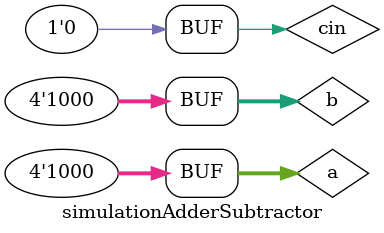
<source format=v>
module AdderSubtractor(a,b,cin,s,cout);
input [3:0] a,b;
input cin;
output [3:0] s;
output cout;
assign {cout,s} = a + b + cin;
endmodule

///////////////////////////////////////////////////

/* Simulation */

module simulationAdderSubtractor;
reg [3:0] a,b;
reg cin;
wire [3:0] s;
wire cout;
AdderSubtractor adder(a,b,cin,s,cout);
initial 
begin 
#100 a = 4'b0000; b = 4'b0001; cin = 1'b0;
#100 a = 4'b0001; b = 4'b0001; cin = 1'b0;
#100 a = 4'b0101; b = 4'b0011; cin = 1'b0;
#100 a = 4'b0110; b = 4'b1000; cin = 1'b0;
#100 a = 4'b1000; b = 4'b1000; cin = 1'b0;
end
endmodule

</source>
